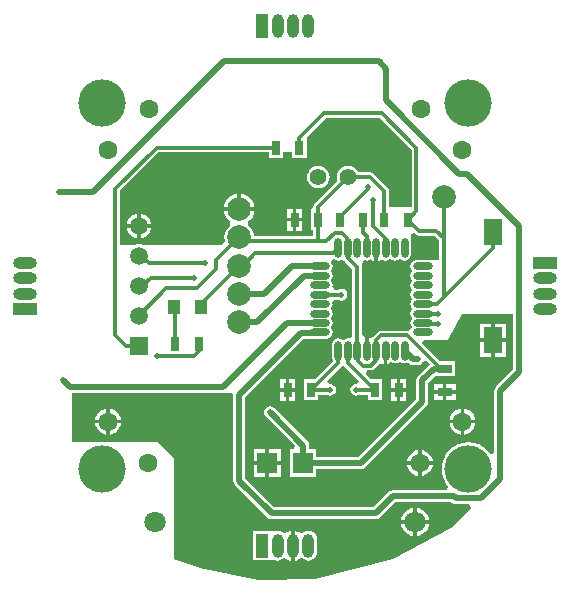
<source format=gbl>
G04*
G04 #@! TF.GenerationSoftware,Altium Limited,Altium Designer,20.0.2 (26)*
G04*
G04 Layer_Physical_Order=2*
G04 Layer_Color=16711680*
%FSLAX44Y44*%
%MOMM*%
G71*
G01*
G75*
%ADD15R,1.2700X0.7000*%
%ADD18R,0.7000X1.2700*%
%ADD43C,0.3000*%
%ADD44C,0.5000*%
%ADD46R,1.5000X1.5000*%
%ADD47C,1.5000*%
%ADD48C,1.4000*%
%ADD49C,1.6000*%
%ADD50O,1.0000X2.0000*%
%ADD51R,1.0000X2.0000*%
%ADD52O,2.0000X1.0000*%
%ADD53R,2.0000X1.0000*%
%ADD54C,1.8000*%
%ADD55C,4.0000*%
%ADD56C,0.5000*%
%ADD57C,2.0000*%
%ADD58R,1.1000X1.3000*%
%ADD59O,0.6000X1.7000*%
%ADD60O,1.7000X0.6000*%
%ADD61R,1.6000X2.1800*%
%ADD62R,1.7000X1.8000*%
G36*
X106922Y115311D02*
Y67000D01*
X88078D01*
Y80000D01*
X87768Y81561D01*
X86884Y82884D01*
X86884Y82884D01*
X74884Y94884D01*
X73561Y95768D01*
X72000Y96078D01*
X72000Y96078D01*
X61593D01*
X61298Y96791D01*
X59775Y98775D01*
X57791Y100298D01*
X55480Y101255D01*
X53000Y101582D01*
X50520Y101255D01*
X48209Y100298D01*
X46224Y98775D01*
X44702Y96791D01*
X43745Y94480D01*
X43418Y92000D01*
X43745Y89520D01*
X44040Y88807D01*
X25116Y69884D01*
X24232Y68561D01*
X23922Y67000D01*
X22025Y64850D01*
X22000D01*
Y47150D01*
X23922D01*
Y42078D01*
X-26535D01*
X-26822Y44263D01*
X-28082Y47304D01*
X-30085Y49915D01*
X-31321Y50863D01*
X-31515Y51345D01*
X-31408Y54370D01*
X-31346Y54488D01*
X-29729Y55728D01*
X-27645Y58444D01*
X-26335Y61606D01*
X-26086Y63500D01*
X-51915D01*
X-51666Y61606D01*
X-50356Y58444D01*
X-48272Y55728D01*
X-46655Y54488D01*
X-46594Y54370D01*
X-46486Y51345D01*
X-46681Y50863D01*
X-47916Y49915D01*
X-49919Y47304D01*
X-51179Y44263D01*
X-51609Y41000D01*
X-51213Y38000D01*
X-51272Y37616D01*
X-53292Y35000D01*
X-121045D01*
X-121390Y35143D01*
X-124000Y35486D01*
X-126610Y35143D01*
X-126955Y35000D01*
X-139922D01*
Y80311D01*
X-107311Y112922D01*
X-14000D01*
Y108150D01*
X-2000D01*
Y113000D01*
X6000D01*
Y108150D01*
X18000D01*
Y125232D01*
X34689Y141922D01*
X80311D01*
X106922Y115311D01*
D02*
G37*
G36*
X110616Y43616D02*
X110616Y43616D01*
X111939Y42732D01*
X113500Y42422D01*
X126003D01*
X129922Y38503D01*
Y21750D01*
X112537Y21750D01*
X112537Y21750D01*
X111000Y21598D01*
X109049Y21210D01*
X107395Y20105D01*
X106290Y18451D01*
X105902Y16500D01*
X106290Y14549D01*
X107217Y12500D01*
X106290Y10451D01*
X105902Y8500D01*
X106290Y6549D01*
X107217Y4500D01*
X106290Y2451D01*
X105902Y500D01*
X106290Y-1451D01*
X107217Y-3500D01*
X106290Y-5549D01*
X105902Y-7500D01*
X106290Y-9451D01*
X107217Y-11500D01*
X106290Y-13549D01*
X105902Y-15500D01*
X106290Y-17451D01*
X107217Y-19500D01*
X106290Y-21549D01*
X105902Y-23500D01*
X106290Y-25451D01*
X107395Y-27105D01*
Y-27895D01*
X106290Y-29549D01*
X105902Y-31500D01*
X106290Y-33451D01*
X106922Y-34849D01*
X105467Y-37659D01*
X103500Y-37922D01*
X81000D01*
X79439Y-38232D01*
X78116Y-39116D01*
X78116Y-39116D01*
X74116Y-43116D01*
X71341Y-43848D01*
X70500Y-43681D01*
Y-55000D01*
X67500D01*
Y-43181D01*
X65078Y-41571D01*
Y15893D01*
X65078Y15893D01*
X64768Y17454D01*
X65517Y20773D01*
X65793Y21110D01*
X67040Y21785D01*
X67134Y21773D01*
X69000Y21402D01*
X70951Y21790D01*
X72320Y22705D01*
X72674Y22174D01*
X74659Y20848D01*
X75500Y20681D01*
Y32000D01*
X78500D01*
Y20681D01*
X79341Y20848D01*
X81326Y22174D01*
X81680Y22705D01*
X83049Y21790D01*
X85000Y21402D01*
X86951Y21790D01*
X89000Y22717D01*
X91049Y21790D01*
X93000Y21402D01*
X94951Y21790D01*
X97000Y22717D01*
X99049Y21790D01*
X101000Y21402D01*
X102951Y21790D01*
X104605Y22895D01*
X105710Y24549D01*
X106098Y26500D01*
Y29000D01*
X106250D01*
Y43740D01*
X109250Y44982D01*
X110616Y43616D01*
D02*
G37*
G36*
X43049Y21790D02*
X45000Y21402D01*
X46788Y21758D01*
X47036Y21764D01*
X50480Y20713D01*
X50616Y20510D01*
X56922Y14204D01*
Y-42499D01*
X56430Y-43070D01*
X53922Y-44585D01*
X53000Y-44402D01*
X51049Y-44790D01*
X49000Y-45717D01*
X46951Y-44790D01*
X45000Y-44402D01*
X43049Y-44790D01*
X41395Y-45895D01*
X40290Y-47549D01*
X39902Y-49500D01*
Y-60500D01*
X40290Y-62451D01*
X40887Y-63345D01*
X25082Y-79150D01*
X16000D01*
Y-96850D01*
X28000D01*
Y-92078D01*
X35104D01*
X36049Y-92710D01*
X38000Y-93098D01*
X39951Y-92710D01*
X41605Y-91605D01*
X42710Y-89951D01*
X43098Y-88000D01*
X42710Y-86049D01*
X41605Y-84395D01*
X39951Y-83290D01*
X38000Y-82902D01*
X36887Y-83124D01*
X35332Y-80436D01*
X47059Y-68709D01*
X49000Y-68185D01*
X50941Y-68709D01*
X62668Y-80436D01*
X61113Y-83124D01*
X60000Y-82902D01*
X58049Y-83290D01*
X56395Y-84395D01*
X55290Y-86049D01*
X54902Y-88000D01*
X55290Y-89951D01*
X56395Y-91605D01*
X58049Y-92710D01*
X60000Y-93098D01*
X61951Y-92710D01*
X62896Y-92078D01*
X70000D01*
Y-96850D01*
X82000D01*
Y-79150D01*
X72918D01*
X68346Y-74578D01*
X69589Y-71578D01*
X72500D01*
X72500Y-71578D01*
X74061Y-71268D01*
X75384Y-70384D01*
X79884Y-65884D01*
X82659Y-66152D01*
X83500Y-66319D01*
Y-55000D01*
X86500D01*
Y-66319D01*
X87341Y-66152D01*
X89326Y-64826D01*
X89680Y-64295D01*
X91049Y-65210D01*
X93000Y-65598D01*
X94951Y-65210D01*
X97000Y-64283D01*
X99049Y-65210D01*
X101000Y-65598D01*
X102951Y-65210D01*
X103880Y-64589D01*
X104895Y-65605D01*
X106549Y-66710D01*
X108500Y-67098D01*
X112000D01*
X113951Y-66710D01*
X115605Y-65605D01*
X116201Y-64712D01*
X118898Y-64002D01*
X119754Y-64022D01*
X122261Y-66529D01*
X112395Y-76395D01*
X111290Y-78049D01*
X110902Y-80000D01*
Y-96038D01*
X62038Y-144902D01*
X26250D01*
Y-138500D01*
X20348D01*
Y-135250D01*
X19960Y-133299D01*
X18855Y-131645D01*
X-9395Y-103395D01*
X-11049Y-102290D01*
X-13000Y-101902D01*
X-14951Y-102290D01*
X-16605Y-103395D01*
X-17710Y-105049D01*
X-18098Y-107000D01*
X-17710Y-108951D01*
X-16605Y-110605D01*
X8290Y-135500D01*
X7048Y-138500D01*
X4250D01*
Y-161500D01*
X26250D01*
Y-155098D01*
X64150D01*
X66101Y-154710D01*
X67755Y-153605D01*
X119605Y-101755D01*
X120710Y-100101D01*
X121098Y-98150D01*
Y-82112D01*
X127210Y-76000D01*
X143850D01*
Y-64000D01*
X131268D01*
X116018Y-48750D01*
X117260Y-45750D01*
X137394Y-45750D01*
X149718Y-23750D01*
X192902Y-23750D01*
Y-70888D01*
X187895Y-75895D01*
X187895Y-75895D01*
X178395Y-85395D01*
X177290Y-87049D01*
X176902Y-89000D01*
Y-141881D01*
X173902Y-142633D01*
X173799Y-142439D01*
X170987Y-139013D01*
X167561Y-136201D01*
X163652Y-134112D01*
X159411Y-132826D01*
X155000Y-132391D01*
X150589Y-132826D01*
X146348Y-134112D01*
X142439Y-136201D01*
X139013Y-139013D01*
X136201Y-142439D01*
X134112Y-146348D01*
X132826Y-150589D01*
X132391Y-155000D01*
X132826Y-159411D01*
X134112Y-163652D01*
X136201Y-167561D01*
X138123Y-169902D01*
X136716Y-172902D01*
X91000D01*
X89049Y-173290D01*
X87395Y-174395D01*
X74388Y-187402D01*
X-9388D01*
X-33902Y-162888D01*
Y-94112D01*
X15112Y-45098D01*
X29500D01*
X31451Y-44710D01*
X31618Y-44598D01*
X35000D01*
X36951Y-44210D01*
X38605Y-43105D01*
X39710Y-41451D01*
X40098Y-39500D01*
X39710Y-37549D01*
X38784Y-35500D01*
X39710Y-33451D01*
X40098Y-31500D01*
X39710Y-29549D01*
X38605Y-27895D01*
Y-27105D01*
X39710Y-25451D01*
X40098Y-23500D01*
X39710Y-21549D01*
X38784Y-19500D01*
X39710Y-17451D01*
X40098Y-15500D01*
X39915Y-14578D01*
X41430Y-12070D01*
X42001Y-11578D01*
X44604D01*
X45549Y-12210D01*
X47500Y-12598D01*
X49451Y-12210D01*
X51105Y-11105D01*
X52210Y-9451D01*
X52598Y-7500D01*
X52210Y-5549D01*
X51105Y-3895D01*
X49451Y-2790D01*
X47500Y-2402D01*
X45549Y-2790D01*
X44604Y-3422D01*
X42001D01*
X41430Y-2930D01*
X39915Y-422D01*
X40098Y500D01*
X39710Y2451D01*
X38784Y4500D01*
X39710Y6549D01*
X40098Y8500D01*
X39710Y10451D01*
X38784Y12500D01*
X39710Y14549D01*
X40098Y16500D01*
X39710Y18451D01*
X39009Y19499D01*
X39561Y21745D01*
X40118Y22702D01*
X41395Y22895D01*
X43049Y21790D01*
D02*
G37*
G36*
X-44098Y-92000D02*
Y-165000D01*
X-43710Y-166951D01*
X-42605Y-168605D01*
X-15105Y-196105D01*
X-13451Y-197210D01*
X-11500Y-197598D01*
X76500D01*
X78451Y-197210D01*
X80105Y-196105D01*
X93112Y-183098D01*
X140533D01*
X141040Y-183605D01*
X142694Y-184710D01*
X144645Y-185098D01*
X155982D01*
X157130Y-187870D01*
X140000Y-205000D01*
X91642Y-231519D01*
X25412Y-247874D01*
X-23120Y-248929D01*
X-71904Y-239076D01*
X-94335Y-231519D01*
Y-145415D01*
X-107850Y-131900D01*
X-180250D01*
Y-91098D01*
X-53000D01*
X-52508Y-91000D01*
X-44919D01*
X-44098Y-92000D01*
D02*
G37*
%LPC*%
G36*
X28000Y101582D02*
X25520Y101255D01*
X23209Y100298D01*
X21225Y98775D01*
X19702Y96791D01*
X18744Y94480D01*
X18418Y92000D01*
X18744Y89520D01*
X19702Y87209D01*
X21225Y85225D01*
X23209Y83702D01*
X25520Y82745D01*
X28000Y82418D01*
X30480Y82745D01*
X32791Y83702D01*
X34775Y85225D01*
X36298Y87209D01*
X37255Y89520D01*
X37582Y92000D01*
X37255Y94480D01*
X36298Y96791D01*
X34775Y98775D01*
X32791Y100298D01*
X30480Y101255D01*
X28000Y101582D01*
D02*
G37*
G36*
X-37501Y77915D02*
Y66500D01*
X-26086D01*
X-26335Y68394D01*
X-27645Y71556D01*
X-29729Y74272D01*
X-32445Y76356D01*
X-35607Y77665D01*
X-37501Y77915D01*
D02*
G37*
G36*
X-40501D02*
X-42394Y77665D01*
X-45557Y76356D01*
X-48272Y74272D01*
X-50356Y71556D01*
X-51666Y68394D01*
X-51915Y66500D01*
X-40501D01*
Y77915D01*
D02*
G37*
G36*
X14500Y65350D02*
X9500D01*
Y57500D01*
X14500D01*
Y65350D01*
D02*
G37*
G36*
X6500D02*
X1500D01*
Y57500D01*
X6500D01*
Y65350D01*
D02*
G37*
G36*
X-122500Y61193D02*
Y52300D01*
X-113607D01*
X-113770Y53541D01*
X-114828Y56095D01*
X-116511Y58289D01*
X-118705Y59972D01*
X-121259Y61030D01*
X-122500Y61193D01*
D02*
G37*
G36*
X-125500Y61193D02*
X-126741Y61030D01*
X-129295Y59972D01*
X-131489Y58289D01*
X-133172Y56095D01*
X-134230Y53541D01*
X-134393Y52300D01*
X-125500D01*
Y61193D01*
D02*
G37*
G36*
X14500Y54500D02*
X9500D01*
Y46650D01*
X14500D01*
Y54500D01*
D02*
G37*
G36*
X6500D02*
X1500D01*
Y46650D01*
X6500D01*
Y54500D01*
D02*
G37*
G36*
X-113607Y49300D02*
X-122500D01*
Y40407D01*
X-121259Y40570D01*
X-118705Y41628D01*
X-116511Y43311D01*
X-114828Y45505D01*
X-113770Y48059D01*
X-113607Y49300D01*
D02*
G37*
G36*
X-125500D02*
X-134393D01*
X-134230Y48059D01*
X-133172Y45505D01*
X-131489Y43311D01*
X-129295Y41628D01*
X-126741Y40570D01*
X-125500Y40407D01*
Y49300D01*
D02*
G37*
G36*
X187000Y-32100D02*
X177500D01*
Y-44500D01*
X187000D01*
Y-32100D01*
D02*
G37*
G36*
X174500D02*
X165000D01*
Y-44500D01*
X174500D01*
Y-32100D01*
D02*
G37*
G36*
X187000Y-47500D02*
X177500D01*
Y-59900D01*
X187000D01*
Y-47500D01*
D02*
G37*
G36*
X174500D02*
X165000D01*
Y-59900D01*
X174500D01*
Y-47500D01*
D02*
G37*
G36*
X102500Y-78650D02*
X97500D01*
Y-86500D01*
X102500D01*
Y-78650D01*
D02*
G37*
G36*
X94500D02*
X89500D01*
Y-86500D01*
X94500D01*
Y-78650D01*
D02*
G37*
G36*
X8500D02*
X3500D01*
Y-86500D01*
X8500D01*
Y-78650D01*
D02*
G37*
G36*
X500D02*
X-4500D01*
Y-86500D01*
X500D01*
Y-78650D01*
D02*
G37*
G36*
X144350Y-83500D02*
X136500D01*
Y-88500D01*
X144350D01*
Y-83500D01*
D02*
G37*
G36*
X133500D02*
X125650D01*
Y-88500D01*
X133500D01*
Y-83500D01*
D02*
G37*
G36*
X144350Y-91500D02*
X136500D01*
Y-96500D01*
X144350D01*
Y-91500D01*
D02*
G37*
G36*
X133500D02*
X125650D01*
Y-96500D01*
X133500D01*
Y-91500D01*
D02*
G37*
G36*
X102500Y-89500D02*
X97500D01*
Y-97350D01*
X102500D01*
Y-89500D01*
D02*
G37*
G36*
X94500D02*
X89500D01*
Y-97350D01*
X94500D01*
Y-89500D01*
D02*
G37*
G36*
X8500Y-89500D02*
X3500D01*
Y-97350D01*
X8500D01*
Y-89500D01*
D02*
G37*
G36*
X500D02*
X-4500D01*
Y-97350D01*
X500D01*
Y-89500D01*
D02*
G37*
G36*
X151500Y-104103D02*
Y-113500D01*
X160897D01*
X160717Y-112128D01*
X159608Y-109453D01*
X157845Y-107155D01*
X155547Y-105392D01*
X152872Y-104283D01*
X151500Y-104103D01*
D02*
G37*
G36*
X148500D02*
X147128Y-104283D01*
X144453Y-105392D01*
X142155Y-107155D01*
X140392Y-109453D01*
X139283Y-112128D01*
X139103Y-113500D01*
X148500D01*
Y-104103D01*
D02*
G37*
G36*
X160897Y-116500D02*
X151500D01*
Y-125897D01*
X152872Y-125717D01*
X155547Y-124608D01*
X157845Y-122845D01*
X159608Y-120547D01*
X160717Y-117872D01*
X160897Y-116500D01*
D02*
G37*
G36*
X148500D02*
X139103D01*
X139283Y-117872D01*
X140392Y-120547D01*
X142155Y-122845D01*
X144453Y-124608D01*
X147128Y-125717D01*
X148500Y-125897D01*
Y-116500D01*
D02*
G37*
G36*
X115500Y-139103D02*
Y-148500D01*
X124897D01*
X124717Y-147128D01*
X123608Y-144452D01*
X121845Y-142155D01*
X119547Y-140392D01*
X116872Y-139283D01*
X115500Y-139103D01*
D02*
G37*
G36*
X-3750Y-138000D02*
X-13750D01*
Y-148500D01*
X-3750D01*
Y-138000D01*
D02*
G37*
G36*
X-16750D02*
X-26750D01*
Y-148500D01*
X-16750D01*
Y-138000D01*
D02*
G37*
G36*
X112500Y-139103D02*
X111128Y-139283D01*
X108453Y-140392D01*
X106155Y-142155D01*
X104391Y-144452D01*
X103283Y-147128D01*
X103103Y-148500D01*
X112500D01*
Y-139103D01*
D02*
G37*
G36*
Y-151500D02*
X103103D01*
X103283Y-152872D01*
X104391Y-155548D01*
X106155Y-157845D01*
X108453Y-159608D01*
X111128Y-160717D01*
X112500Y-160897D01*
Y-151500D01*
D02*
G37*
G36*
X124897D02*
X115500D01*
Y-160897D01*
X116872Y-160717D01*
X119547Y-159608D01*
X121845Y-157845D01*
X123608Y-155548D01*
X124717Y-152872D01*
X124897Y-151500D01*
D02*
G37*
G36*
X-3750D02*
X-13750D01*
Y-162000D01*
X-3750D01*
Y-151500D01*
D02*
G37*
G36*
X-16750D02*
X-26750D01*
Y-162000D01*
X-16750D01*
Y-151500D01*
D02*
G37*
G36*
X-148500Y-104103D02*
Y-113500D01*
X-139103D01*
X-139283Y-112128D01*
X-140392Y-109453D01*
X-142155Y-107155D01*
X-144453Y-105392D01*
X-147128Y-104283D01*
X-148500Y-104103D01*
D02*
G37*
G36*
X-151500D02*
X-152872Y-104283D01*
X-155547Y-105392D01*
X-157845Y-107155D01*
X-159608Y-109453D01*
X-160717Y-112128D01*
X-160897Y-113500D01*
X-151500D01*
Y-104103D01*
D02*
G37*
G36*
X-139103Y-116500D02*
X-148500D01*
Y-125897D01*
X-147128Y-125717D01*
X-144453Y-124608D01*
X-142155Y-122845D01*
X-140392Y-120547D01*
X-139283Y-117872D01*
X-139103Y-116500D01*
D02*
G37*
G36*
X-151500D02*
X-160897D01*
X-160717Y-117872D01*
X-159608Y-120547D01*
X-157845Y-122845D01*
X-155547Y-124608D01*
X-152872Y-125717D01*
X-151500Y-125897D01*
Y-116500D01*
D02*
G37*
G36*
X111500Y-188094D02*
Y-198500D01*
X121906D01*
X121691Y-196867D01*
X120482Y-193948D01*
X118559Y-191441D01*
X116052Y-189518D01*
X113133Y-188309D01*
X111500Y-188094D01*
D02*
G37*
G36*
X108500D02*
X106867Y-188309D01*
X103948Y-189518D01*
X101441Y-191441D01*
X99518Y-193948D01*
X98309Y-196867D01*
X98094Y-198500D01*
X108500D01*
Y-188094D01*
D02*
G37*
G36*
X5000Y-207128D02*
X4412Y-207206D01*
X2465Y-208012D01*
X1778Y-208540D01*
X-1151Y-209651D01*
X-2718Y-208449D01*
X-4542Y-207693D01*
X-6500Y-207435D01*
X-8458Y-207693D01*
X-9000Y-207918D01*
X-12000Y-207500D01*
Y-207500D01*
X-27000D01*
Y-232500D01*
X-12000D01*
X-12000Y-232500D01*
X-9000Y-232082D01*
X-8458Y-232307D01*
X-6500Y-232565D01*
X-4542Y-232307D01*
X-2718Y-231551D01*
X-1151Y-230349D01*
X1778Y-231460D01*
X2465Y-231988D01*
X4412Y-232794D01*
X5000Y-232871D01*
Y-220000D01*
Y-207128D01*
D02*
G37*
G36*
X121906Y-201500D02*
X111500D01*
Y-211906D01*
X113133Y-211691D01*
X116052Y-210482D01*
X118559Y-208559D01*
X120482Y-206052D01*
X121691Y-203133D01*
X121906Y-201500D01*
D02*
G37*
G36*
X108500D02*
X98094D01*
X98309Y-203133D01*
X99518Y-206052D01*
X101441Y-208559D01*
X103948Y-210482D01*
X106867Y-211691D01*
X108500Y-211906D01*
Y-201500D01*
D02*
G37*
G36*
X8000Y-207128D02*
Y-220000D01*
Y-232871D01*
X8588Y-232794D01*
X10534Y-231988D01*
X11222Y-231460D01*
X14151Y-230349D01*
X15718Y-231551D01*
X17542Y-232307D01*
X19500Y-232565D01*
X21458Y-232307D01*
X23282Y-231551D01*
X24849Y-230349D01*
X26051Y-228782D01*
X26807Y-226958D01*
X27065Y-225000D01*
Y-215000D01*
X26807Y-213042D01*
X26051Y-211218D01*
X24849Y-209651D01*
X23282Y-208449D01*
X21458Y-207693D01*
X19500Y-207435D01*
X17542Y-207693D01*
X15718Y-208449D01*
X14151Y-209651D01*
X11222Y-208540D01*
X10534Y-208012D01*
X8588Y-207206D01*
X8000Y-207128D01*
D02*
G37*
%LPD*%
D15*
X135000Y-70000D02*
D03*
Y-90000D02*
D03*
D18*
X28000Y56000D02*
D03*
X8000D02*
D03*
X-93000Y-49000D02*
D03*
X-73000D02*
D03*
X104000Y56000D02*
D03*
X84000D02*
D03*
X22000Y-88000D02*
D03*
X2000D02*
D03*
X66000Y56000D02*
D03*
X46000D02*
D03*
X76000Y-88000D02*
D03*
X96000D02*
D03*
X-8000Y117000D02*
D03*
X12000D02*
D03*
D43*
X131500Y-70000D02*
X135000D01*
X103500Y-42000D02*
X131500Y-70000D01*
X81000Y-42000D02*
X103500D01*
X77000Y-63000D02*
Y-55000D01*
X72500Y-67500D02*
X77000Y-63000D01*
X66101Y-67500D02*
X72500D01*
X61000Y-55000D02*
X62000Y-56000D01*
Y-63400D02*
Y-56000D01*
Y-63400D02*
X66101Y-67500D01*
X61000Y-55000D02*
Y15893D01*
X53500Y23393D02*
X61000Y15893D01*
X29500Y-7500D02*
X47500D01*
X134000Y72000D02*
X137000Y75000D01*
X85000Y32000D02*
Y39493D01*
X77000Y-55000D02*
Y-47000D01*
X52500Y32500D02*
Y40607D01*
Y32500D02*
X53000Y32000D01*
X116500Y-31500D02*
X117000Y-32000D01*
X69000Y32000D02*
Y42000D01*
X-122000Y25400D02*
X-115600Y19000D01*
X40750Y27750D02*
X45000Y32000D01*
X-25250Y27750D02*
X40750D01*
X-36000Y17000D02*
X-25250Y27750D01*
X-115600Y19000D02*
X-68000D01*
X-114000Y7000D02*
X-77000D01*
X-121000Y0D02*
X-114000Y7000D01*
X-75000Y-2000D02*
X-58500Y14500D01*
X-100600Y-2000D02*
X-75000D01*
X-58500Y14500D02*
Y21501D01*
X28000Y67000D02*
X53000Y92000D01*
X28000Y56000D02*
Y67000D01*
X66000Y45000D02*
Y56000D01*
Y45000D02*
X69000Y42000D01*
X74000Y50493D02*
X85000Y39493D01*
X74000Y50493D02*
Y73000D01*
X84000Y56000D02*
Y80000D01*
X48107Y45000D02*
X52500Y40607D01*
X41893Y45000D02*
X48107D01*
X70000Y82000D02*
Y84000D01*
X46000Y58000D02*
X70000Y82000D01*
X46000Y56000D02*
Y58000D01*
X72000Y92000D02*
X84000Y80000D01*
X53000Y92000D02*
X72000D01*
X33000Y146000D02*
X82000D01*
X12000Y125000D02*
X33000Y146000D01*
X12000Y117000D02*
Y125000D01*
X111000Y63000D02*
Y117000D01*
X82000Y146000D02*
X111000Y117000D01*
X34893Y38000D02*
X41893Y45000D01*
X28000Y38000D02*
X34893D01*
X-108700Y-59000D02*
X-108350Y-59350D01*
X-135200Y-50800D02*
X-124000D01*
X-144000Y-42000D02*
X-135200Y-50800D01*
X-144000Y-42000D02*
Y82000D01*
X-58500Y21501D02*
X-39001Y41000D01*
X-71500Y-15499D02*
X-39001Y17000D01*
X-36000Y38000D02*
X28000D01*
Y56000D01*
X-39001Y41000D02*
X-36000Y38000D01*
X104000Y56000D02*
X111000Y63000D01*
X-94500Y-18000D02*
X-93000Y-19500D01*
Y-49000D02*
Y-19500D01*
X-71500Y-18000D02*
Y-15499D01*
X-109000Y117000D02*
X-8000D01*
X-144000Y82000D02*
X-109000Y117000D01*
X77000Y-46000D02*
X81000Y-42000D01*
X116500Y-23500D02*
X117000Y-24000D01*
X129000D01*
X116000Y-31000D02*
X116500Y-31500D01*
X117000Y-32000D02*
X129000D01*
X-124000Y25400D02*
X-122000D01*
X-124000Y0D02*
X-121000D01*
X117000Y-15000D02*
X128864D01*
X176000Y32136D02*
Y46000D01*
X22000Y-88000D02*
X38000D01*
X85000Y32000D02*
X85500Y32500D01*
X116500Y-15500D02*
X117000Y-15000D01*
X-39001Y17000D02*
X-36000D01*
X53000Y32000D02*
X53500Y31500D01*
Y23393D02*
Y31500D01*
X60000Y-88000D02*
X76000D01*
X22000D02*
X45000Y-65000D01*
Y-55000D01*
X53000Y-65000D02*
X76000Y-88000D01*
X53000Y-65000D02*
Y-55000D01*
X104000Y56000D02*
X113500Y46500D01*
X127692D01*
X134000Y40192D01*
Y-9864D02*
Y40192D01*
X128864Y-15000D02*
X134000Y-9864D01*
X176000Y32136D01*
X134000Y40192D02*
Y72000D01*
X-108350Y-59350D02*
X-77350D01*
X-73000Y-55000D01*
Y-49000D01*
X-124000Y-25400D02*
X-100600Y-2000D01*
D44*
X13000Y-40000D02*
X29500D01*
X79000Y190000D02*
X85000Y184000D01*
Y157000D02*
Y184000D01*
Y157000D02*
X147000Y95000D01*
X116000Y-98150D02*
Y-80000D01*
X64150Y-150000D02*
X116000Y-98150D01*
X15250Y-150000D02*
X64150D01*
X116000Y-80000D02*
X126000Y-70000D01*
X5750Y16500D02*
X29500D01*
X-17750Y-7000D02*
X5750Y16500D01*
X-39001Y-7000D02*
X-17750D01*
X1500Y-31500D02*
X29500D01*
X-53000Y-86000D02*
X1500Y-31500D01*
X-182000Y-86000D02*
X-53000D01*
X-52000Y190000D02*
X79000D01*
X-162500Y79500D02*
X-52000Y190000D01*
X-191500Y79500D02*
X-162500D01*
X154000Y95000D02*
X198000Y51000D01*
Y-73000D02*
Y51000D01*
X191500Y-79500D02*
X198000Y-73000D01*
X-11500Y-192500D02*
X76500D01*
X-39000Y-165000D02*
X-11500Y-192500D01*
X-39000Y-165000D02*
Y-92000D01*
X13000Y-40000D01*
X-13000Y-107000D02*
X15250Y-135250D01*
X108500Y-62000D02*
X112000D01*
X101500Y-55000D02*
X108500Y-62000D01*
X15250Y-150000D02*
Y-135250D01*
X147000Y95000D02*
X154000D01*
X29500Y16500D02*
X29500Y16500D01*
X29500Y8500D02*
X29500Y8500D01*
X16000Y8500D02*
X29500D01*
X-23500Y-31000D02*
X16000Y8500D01*
X-39001Y-31000D02*
X-23500D01*
X182000Y-163355D02*
Y-89000D01*
X191500Y-79500D01*
X76500Y-192500D02*
X91000Y-178000D01*
X142645D01*
X144645Y-180000D01*
X165355D01*
X182000Y-163355D01*
X-188000Y-80000D02*
X-182000Y-86000D01*
X126000Y-70000D02*
X131399D01*
D46*
X-124000Y-50800D02*
D03*
D47*
Y-25400D02*
D03*
Y0D02*
D03*
Y25400D02*
D03*
Y50800D02*
D03*
D48*
X28000Y92000D02*
D03*
X53000D02*
D03*
D49*
X-150000Y-115000D02*
D03*
Y115000D02*
D03*
X-116000Y-150000D02*
D03*
X114000D02*
D03*
X150000Y-115000D02*
D03*
Y115000D02*
D03*
X-115000Y150000D02*
D03*
X115000D02*
D03*
D50*
X19500Y-220000D02*
D03*
X6500D02*
D03*
X-6500D02*
D03*
X19500Y220000D02*
D03*
X6500D02*
D03*
X-6500D02*
D03*
D51*
X-19500Y-220000D02*
D03*
Y220000D02*
D03*
D52*
X220000Y-19500D02*
D03*
Y-6500D02*
D03*
Y6500D02*
D03*
X-220000Y19500D02*
D03*
Y6500D02*
D03*
Y-6500D02*
D03*
D53*
X220000Y19500D02*
D03*
X-220000Y-19500D02*
D03*
D54*
X-110000Y-200000D02*
D03*
X110000D02*
D03*
D55*
X155000Y-155000D02*
D03*
X-155000D02*
D03*
Y155000D02*
D03*
X155000D02*
D03*
D56*
X100250Y2000D02*
D03*
X125250Y38750D02*
D03*
X47500Y-7500D02*
D03*
X-68000Y19000D02*
D03*
X-77000Y7000D02*
D03*
X63000Y138000D02*
D03*
X77000D02*
D03*
X91000Y104000D02*
D03*
X84000D02*
D03*
X70000D02*
D03*
X77000D02*
D03*
X70000Y84000D02*
D03*
X56000Y138000D02*
D03*
X70000D02*
D03*
X-108700Y-59000D02*
D03*
X74000Y73000D02*
D03*
X-13000Y-107000D02*
D03*
X112000Y-62000D02*
D03*
X129000Y-24000D02*
D03*
Y-32000D02*
D03*
X-188000Y-80000D02*
D03*
X79000Y190000D02*
D03*
X191500Y-79500D02*
D03*
X76500Y-192500D02*
D03*
X-191500Y79500D02*
D03*
X38000Y-88000D02*
D03*
X60000D02*
D03*
D57*
X-39001Y41000D02*
D03*
Y65000D02*
D03*
Y17000D02*
D03*
Y-7000D02*
D03*
Y-31000D02*
D03*
X134000Y75000D02*
D03*
D58*
X-94500Y-18000D02*
D03*
X-71500D02*
D03*
D59*
X101000Y-55000D02*
D03*
X93000D02*
D03*
X85000D02*
D03*
X77000D02*
D03*
X69000D02*
D03*
X61000D02*
D03*
X53000D02*
D03*
X45000D02*
D03*
Y32000D02*
D03*
X53000D02*
D03*
X61000D02*
D03*
X69000D02*
D03*
X77000D02*
D03*
X85000D02*
D03*
X93000D02*
D03*
X101000D02*
D03*
D60*
X29500Y-39500D02*
D03*
Y-31500D02*
D03*
Y-23500D02*
D03*
Y-15500D02*
D03*
Y-7500D02*
D03*
Y500D02*
D03*
Y8500D02*
D03*
Y16500D02*
D03*
X116500D02*
D03*
Y8500D02*
D03*
Y500D02*
D03*
Y-7500D02*
D03*
Y-15500D02*
D03*
Y-23500D02*
D03*
Y-31500D02*
D03*
Y-39500D02*
D03*
D61*
X176000Y46000D02*
D03*
Y-46000D02*
D03*
D62*
X-15250Y-150000D02*
D03*
X15250D02*
D03*
M02*

</source>
